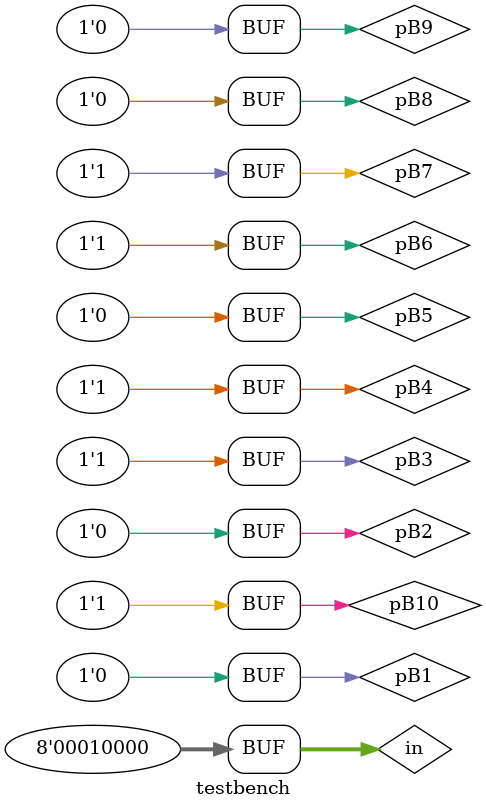
<source format=v>
module testbench;
    reg [0:7] in;

	wire pB1,pB2,pB3,pB4,pB5,pB6,pB7,pB8,pB9,pB10;
	wire B1,B2,B3,B4,B5,B6,B7,B8,B9,B10;

    initial begin
        // $dumpfile("testbench.vcd");
        // $dumpvars(0, testbench);

        #5 in = 0;
        repeat (10000) begin
            #5 in = in + 1;
        end

        $display("OKAY");
    end

    top uut (
	.in(in),
	.B1(B1),
	.B2(B2),
	.B3(B3),
	.B4(B4),
	.B5(B5),
	.B6(B6),
	.B7(B7),
	.B8(B8),
	.B9(B9),
	.B10(B10)
	);


   assign     pB1 =  in[0] & in[1];
   assign     pB2 =  in[0] | in[1];
   assign     pB3 =  in[0] ~& in[1];
   assign     pB4 =  in[0] ~| in[1];
   assign     pB5 =  in[0] ^ in[1];
   assign     pB6 =  in[0] ~^ in[1];
   assign     pB7 =  ~in[0];
   assign     pB8 =  in[0];
   assign     pB9 =  in[0:1] && in [2:3];
   assign     pB10 =  in[0:1] || in [2:3];

	assert_comb out1_test(.A(pB1), .B(B1));
	assert_comb out2_test(.A(pB2), .B(B2));
	assert_comb out3_test(.A(pB3), .B(B3));
	assert_comb out4_test(.A(pB4), .B(B4));
	assert_comb out5_test(.A(pB5), .B(B5));
	assert_comb out6_test(.A(pB6), .B(B6));
	assert_comb out7_test(.A(pB7), .B(B7));
	assert_comb out8_test(.A(pB8), .B(B8));
	assert_comb out9_test(.A(pB9), .B(B9));
	assert_comb out10_test(.A(pB10), .B(B10));

endmodule

</source>
